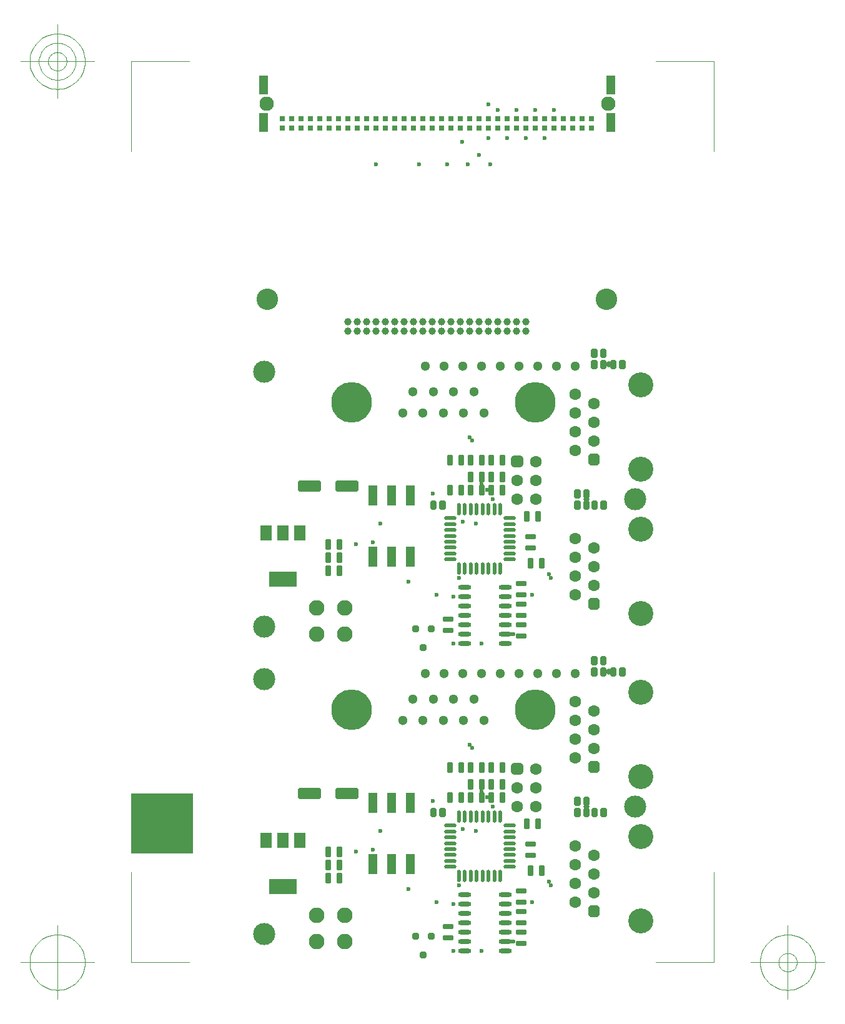
<source format=gbr>
G04 Generated by Ultiboard *
%FSLAX25Y25*%
%MOMM*%

%ADD10C,0.00100*%
%ADD11C,0.10000*%
%ADD12C,0.60000*%
%ADD13C,0.80000*%
%ADD14C,3.00000*%
%ADD15C,2.92100*%
%ADD16R,0.27534X1.05867*%
%ADD17C,0.42316*%
%ADD18R,1.30000X2.70000*%
%ADD19R,2.54000X0.93116*%
%ADD20C,0.59284*%
%ADD21C,1.60000*%
%ADD22R,0.60508X0.60508*%
%ADD23C,0.99492*%
%ADD24R,0.27508X0.67716*%
%ADD25C,1.30000*%
%ADD26C,5.50316*%
%ADD27O,1.77800X0.60960*%
%ADD28O,0.54000X1.70000*%
%ADD29O,1.70000X0.54000*%
%ADD30R,1.50000X2.00000*%
%ADD31R,3.80000X2.00000*%
%ADD32C,2.11684*%
%ADD33R,0.33833X0.31725*%
%ADD34R,1.05867X0.27534*%
%ADD35R,0.75342X0.75342*%
%ADD36C,0.84658*%
%ADD37C,3.38684*%
%ADD38R,0.80000X0.80000*%
%ADD39R,1.20000X2.50000*%
%ADD40C,1.95560*%
%ADD41C,1.00000*%


%LNSolder Mask Top*%
%LPD*%
%FSLAX25Y25*%
%MOMM*%
G54D10*
G36*
X-1625600Y1447800D02*
X-1625600Y2260600D01*
X-787400Y2260600D01*
X-787400Y1447800D01*
X-1625600Y1447800D01*
G37*
G54D11*
X-1625600Y-30000D02*
X-1625600Y1190948D01*
X-1625600Y-30000D02*
X-835491Y-30000D01*
X6275493Y-30000D02*
X5485384Y-30000D01*
X6275493Y-30000D02*
X6275493Y1190948D01*
X6275493Y12179480D02*
X6275493Y10958532D01*
X6275493Y12179480D02*
X5485384Y12179480D01*
X-1625600Y12179480D02*
X-835491Y12179480D01*
X-1625600Y12179480D02*
X-1625600Y10958532D01*
X-2125600Y-30000D02*
X-3125600Y-30000D01*
X-2625600Y-530000D02*
X-2625600Y470000D01*
X-2250600Y-30000D02*
X-2252406Y6756D01*
X-2252406Y6756D02*
X-2257806Y43159D01*
X-2257806Y43159D02*
X-2266747Y78857D01*
X-2266747Y78857D02*
X-2279145Y113506D01*
X-2279145Y113506D02*
X-2294880Y146774D01*
X-2294880Y146774D02*
X-2313799Y178339D01*
X-2313799Y178339D02*
X-2335721Y207897D01*
X-2335721Y207897D02*
X-2360435Y235165D01*
X-2360435Y235165D02*
X-2387703Y259879D01*
X-2387703Y259879D02*
X-2417261Y281801D01*
X-2417261Y281801D02*
X-2448826Y300720D01*
X-2448826Y300720D02*
X-2482094Y316455D01*
X-2482094Y316455D02*
X-2516743Y328853D01*
X-2516743Y328853D02*
X-2552441Y337794D01*
X-2552441Y337794D02*
X-2588844Y343194D01*
X-2588844Y343194D02*
X-2625600Y345000D01*
X-2625600Y345000D02*
X-2662356Y343194D01*
X-2662356Y343194D02*
X-2698759Y337794D01*
X-2698759Y337794D02*
X-2734457Y328853D01*
X-2734457Y328853D02*
X-2769106Y316455D01*
X-2769106Y316455D02*
X-2802374Y300720D01*
X-2802374Y300720D02*
X-2833939Y281801D01*
X-2833939Y281801D02*
X-2863497Y259879D01*
X-2863497Y259879D02*
X-2890765Y235165D01*
X-2890765Y235165D02*
X-2915479Y207897D01*
X-2915479Y207897D02*
X-2937401Y178339D01*
X-2937401Y178339D02*
X-2956320Y146774D01*
X-2956320Y146774D02*
X-2972055Y113506D01*
X-2972055Y113506D02*
X-2984453Y78857D01*
X-2984453Y78857D02*
X-2993394Y43159D01*
X-2993394Y43159D02*
X-2998794Y6756D01*
X-2998794Y6756D02*
X-3000600Y-30000D01*
X-3000600Y-30000D02*
X-2998794Y-66756D01*
X-2998794Y-66756D02*
X-2993394Y-103159D01*
X-2993394Y-103159D02*
X-2984453Y-138857D01*
X-2984453Y-138857D02*
X-2972055Y-173506D01*
X-2972055Y-173506D02*
X-2956320Y-206774D01*
X-2956320Y-206774D02*
X-2937401Y-238339D01*
X-2937401Y-238339D02*
X-2915479Y-267897D01*
X-2915479Y-267897D02*
X-2890765Y-295165D01*
X-2890765Y-295165D02*
X-2863497Y-319879D01*
X-2863497Y-319879D02*
X-2833939Y-341801D01*
X-2833939Y-341801D02*
X-2802374Y-360720D01*
X-2802374Y-360720D02*
X-2769106Y-376455D01*
X-2769106Y-376455D02*
X-2734457Y-388853D01*
X-2734457Y-388853D02*
X-2698759Y-397794D01*
X-2698759Y-397794D02*
X-2662356Y-403194D01*
X-2662356Y-403194D02*
X-2625600Y-405000D01*
X-2625600Y-405000D02*
X-2588844Y-403194D01*
X-2588844Y-403194D02*
X-2552441Y-397794D01*
X-2552441Y-397794D02*
X-2516743Y-388853D01*
X-2516743Y-388853D02*
X-2482094Y-376455D01*
X-2482094Y-376455D02*
X-2448826Y-360720D01*
X-2448826Y-360720D02*
X-2417261Y-341801D01*
X-2417261Y-341801D02*
X-2387703Y-319879D01*
X-2387703Y-319879D02*
X-2360435Y-295165D01*
X-2360435Y-295165D02*
X-2335721Y-267897D01*
X-2335721Y-267897D02*
X-2313799Y-238339D01*
X-2313799Y-238339D02*
X-2294880Y-206774D01*
X-2294880Y-206774D02*
X-2279145Y-173506D01*
X-2279145Y-173506D02*
X-2266747Y-138857D01*
X-2266747Y-138857D02*
X-2257806Y-103159D01*
X-2257806Y-103159D02*
X-2252406Y-66756D01*
X-2252406Y-66756D02*
X-2250600Y-30000D01*
X6775493Y-30000D02*
X7775493Y-30000D01*
X7275493Y-530000D02*
X7275493Y470000D01*
X7650493Y-30000D02*
X7648688Y6756D01*
X7648688Y6756D02*
X7643288Y43159D01*
X7643288Y43159D02*
X7634346Y78857D01*
X7634346Y78857D02*
X7621948Y113506D01*
X7621948Y113506D02*
X7606214Y146774D01*
X7606214Y146774D02*
X7587294Y178339D01*
X7587294Y178339D02*
X7565372Y207897D01*
X7565372Y207897D02*
X7540658Y235165D01*
X7540658Y235165D02*
X7513391Y259879D01*
X7513391Y259879D02*
X7483832Y281801D01*
X7483832Y281801D02*
X7452267Y300720D01*
X7452267Y300720D02*
X7419000Y316455D01*
X7419000Y316455D02*
X7384350Y328853D01*
X7384350Y328853D02*
X7348652Y337794D01*
X7348652Y337794D02*
X7312250Y343194D01*
X7312250Y343194D02*
X7275493Y345000D01*
X7275493Y345000D02*
X7238737Y343194D01*
X7238737Y343194D02*
X7202335Y337794D01*
X7202335Y337794D02*
X7166637Y328853D01*
X7166637Y328853D02*
X7131987Y316455D01*
X7131987Y316455D02*
X7098720Y300720D01*
X7098720Y300720D02*
X7067155Y281801D01*
X7067155Y281801D02*
X7037596Y259879D01*
X7037596Y259879D02*
X7010328Y235165D01*
X7010328Y235165D02*
X6985614Y207897D01*
X6985614Y207897D02*
X6963692Y178339D01*
X6963692Y178339D02*
X6944773Y146774D01*
X6944773Y146774D02*
X6929039Y113506D01*
X6929039Y113506D02*
X6916641Y78857D01*
X6916641Y78857D02*
X6907699Y43159D01*
X6907699Y43159D02*
X6902299Y6756D01*
X6902299Y6756D02*
X6900493Y-30000D01*
X6900493Y-30000D02*
X6902299Y-66756D01*
X6902299Y-66756D02*
X6907699Y-103159D01*
X6907699Y-103159D02*
X6916641Y-138857D01*
X6916641Y-138857D02*
X6929039Y-173506D01*
X6929039Y-173506D02*
X6944773Y-206774D01*
X6944773Y-206774D02*
X6963692Y-238339D01*
X6963692Y-238339D02*
X6985614Y-267897D01*
X6985614Y-267897D02*
X7010328Y-295165D01*
X7010328Y-295165D02*
X7037596Y-319879D01*
X7037596Y-319879D02*
X7067155Y-341801D01*
X7067155Y-341801D02*
X7098720Y-360720D01*
X7098720Y-360720D02*
X7131987Y-376455D01*
X7131987Y-376455D02*
X7166637Y-388853D01*
X7166637Y-388853D02*
X7202335Y-397794D01*
X7202335Y-397794D02*
X7238737Y-403194D01*
X7238737Y-403194D02*
X7275493Y-405000D01*
X7275493Y-405000D02*
X7312250Y-403194D01*
X7312250Y-403194D02*
X7348652Y-397794D01*
X7348652Y-397794D02*
X7384350Y-388853D01*
X7384350Y-388853D02*
X7419000Y-376455D01*
X7419000Y-376455D02*
X7452267Y-360720D01*
X7452267Y-360720D02*
X7483832Y-341801D01*
X7483832Y-341801D02*
X7513391Y-319879D01*
X7513391Y-319879D02*
X7540658Y-295165D01*
X7540658Y-295165D02*
X7565372Y-267897D01*
X7565372Y-267897D02*
X7587294Y-238339D01*
X7587294Y-238339D02*
X7606214Y-206774D01*
X7606214Y-206774D02*
X7621948Y-173506D01*
X7621948Y-173506D02*
X7634346Y-138857D01*
X7634346Y-138857D02*
X7643288Y-103159D01*
X7643288Y-103159D02*
X7648688Y-66756D01*
X7648688Y-66756D02*
X7650493Y-30000D01*
X7400493Y-30000D02*
X7399891Y-17748D01*
X7399891Y-17748D02*
X7398091Y-5614D01*
X7398091Y-5614D02*
X7395111Y6286D01*
X7395111Y6286D02*
X7390978Y17835D01*
X7390978Y17835D02*
X7385733Y28925D01*
X7385733Y28925D02*
X7379427Y39446D01*
X7379427Y39446D02*
X7372120Y49299D01*
X7372120Y49299D02*
X7363882Y58388D01*
X7363882Y58388D02*
X7354792Y66626D01*
X7354792Y66626D02*
X7344940Y73934D01*
X7344940Y73934D02*
X7334418Y80240D01*
X7334418Y80240D02*
X7323329Y85485D01*
X7323329Y85485D02*
X7311779Y89618D01*
X7311779Y89618D02*
X7299880Y92598D01*
X7299880Y92598D02*
X7287745Y94398D01*
X7287745Y94398D02*
X7275493Y95000D01*
X7275493Y95000D02*
X7263241Y94398D01*
X7263241Y94398D02*
X7251107Y92598D01*
X7251107Y92598D02*
X7239208Y89618D01*
X7239208Y89618D02*
X7227658Y85485D01*
X7227658Y85485D02*
X7216569Y80240D01*
X7216569Y80240D02*
X7206047Y73934D01*
X7206047Y73934D02*
X7196194Y66626D01*
X7196194Y66626D02*
X7187105Y58388D01*
X7187105Y58388D02*
X7178867Y49299D01*
X7178867Y49299D02*
X7171560Y39446D01*
X7171560Y39446D02*
X7165253Y28925D01*
X7165253Y28925D02*
X7160008Y17835D01*
X7160008Y17835D02*
X7155876Y6286D01*
X7155876Y6286D02*
X7152895Y-5614D01*
X7152895Y-5614D02*
X7151095Y-17748D01*
X7151095Y-17748D02*
X7150493Y-30000D01*
X7150493Y-30000D02*
X7151095Y-42252D01*
X7151095Y-42252D02*
X7152895Y-54386D01*
X7152895Y-54386D02*
X7155876Y-66285D01*
X7155876Y-66285D02*
X7160008Y-77835D01*
X7160008Y-77835D02*
X7165253Y-88924D01*
X7165253Y-88924D02*
X7171560Y-99446D01*
X7171560Y-99446D02*
X7178867Y-109299D01*
X7178867Y-109299D02*
X7187105Y-118388D01*
X7187105Y-118388D02*
X7196194Y-126626D01*
X7196194Y-126626D02*
X7206047Y-133934D01*
X7206047Y-133934D02*
X7216569Y-140240D01*
X7216569Y-140240D02*
X7227658Y-145485D01*
X7227658Y-145485D02*
X7239208Y-149617D01*
X7239208Y-149617D02*
X7251107Y-152598D01*
X7251107Y-152598D02*
X7263241Y-154398D01*
X7263241Y-154398D02*
X7275493Y-155000D01*
X7275493Y-155000D02*
X7287745Y-154398D01*
X7287745Y-154398D02*
X7299880Y-152598D01*
X7299880Y-152598D02*
X7311779Y-149617D01*
X7311779Y-149617D02*
X7323329Y-145485D01*
X7323329Y-145485D02*
X7334418Y-140240D01*
X7334418Y-140240D02*
X7344940Y-133934D01*
X7344940Y-133934D02*
X7354792Y-126626D01*
X7354792Y-126626D02*
X7363882Y-118388D01*
X7363882Y-118388D02*
X7372120Y-109299D01*
X7372120Y-109299D02*
X7379427Y-99446D01*
X7379427Y-99446D02*
X7385733Y-88924D01*
X7385733Y-88924D02*
X7390978Y-77835D01*
X7390978Y-77835D02*
X7395111Y-66285D01*
X7395111Y-66285D02*
X7398091Y-54386D01*
X7398091Y-54386D02*
X7399891Y-42252D01*
X7399891Y-42252D02*
X7400493Y-30000D01*
X-2125600Y12179480D02*
X-3125600Y12179480D01*
X-2625600Y11679480D02*
X-2625600Y12679480D01*
X-2250600Y12179480D02*
X-2252406Y12216236D01*
X-2252406Y12216236D02*
X-2257806Y12252639D01*
X-2257806Y12252639D02*
X-2266747Y12288337D01*
X-2266747Y12288337D02*
X-2279145Y12322986D01*
X-2279145Y12322986D02*
X-2294880Y12356254D01*
X-2294880Y12356254D02*
X-2313799Y12387819D01*
X-2313799Y12387819D02*
X-2335721Y12417377D01*
X-2335721Y12417377D02*
X-2360435Y12444645D01*
X-2360435Y12444645D02*
X-2387703Y12469359D01*
X-2387703Y12469359D02*
X-2417261Y12491281D01*
X-2417261Y12491281D02*
X-2448826Y12510200D01*
X-2448826Y12510200D02*
X-2482094Y12525935D01*
X-2482094Y12525935D02*
X-2516743Y12538333D01*
X-2516743Y12538333D02*
X-2552441Y12547274D01*
X-2552441Y12547274D02*
X-2588844Y12552674D01*
X-2588844Y12552674D02*
X-2625600Y12554480D01*
X-2625600Y12554480D02*
X-2662356Y12552674D01*
X-2662356Y12552674D02*
X-2698759Y12547274D01*
X-2698759Y12547274D02*
X-2734457Y12538333D01*
X-2734457Y12538333D02*
X-2769106Y12525935D01*
X-2769106Y12525935D02*
X-2802374Y12510200D01*
X-2802374Y12510200D02*
X-2833939Y12491281D01*
X-2833939Y12491281D02*
X-2863497Y12469359D01*
X-2863497Y12469359D02*
X-2890765Y12444645D01*
X-2890765Y12444645D02*
X-2915479Y12417377D01*
X-2915479Y12417377D02*
X-2937401Y12387819D01*
X-2937401Y12387819D02*
X-2956320Y12356254D01*
X-2956320Y12356254D02*
X-2972055Y12322986D01*
X-2972055Y12322986D02*
X-2984453Y12288337D01*
X-2984453Y12288337D02*
X-2993394Y12252639D01*
X-2993394Y12252639D02*
X-2998794Y12216236D01*
X-2998794Y12216236D02*
X-3000600Y12179480D01*
X-3000600Y12179480D02*
X-2998794Y12142724D01*
X-2998794Y12142724D02*
X-2993394Y12106321D01*
X-2993394Y12106321D02*
X-2984453Y12070623D01*
X-2984453Y12070623D02*
X-2972055Y12035974D01*
X-2972055Y12035974D02*
X-2956320Y12002706D01*
X-2956320Y12002706D02*
X-2937401Y11971141D01*
X-2937401Y11971141D02*
X-2915479Y11941583D01*
X-2915479Y11941583D02*
X-2890765Y11914315D01*
X-2890765Y11914315D02*
X-2863497Y11889601D01*
X-2863497Y11889601D02*
X-2833939Y11867679D01*
X-2833939Y11867679D02*
X-2802374Y11848760D01*
X-2802374Y11848760D02*
X-2769106Y11833025D01*
X-2769106Y11833025D02*
X-2734457Y11820627D01*
X-2734457Y11820627D02*
X-2698759Y11811686D01*
X-2698759Y11811686D02*
X-2662356Y11806286D01*
X-2662356Y11806286D02*
X-2625600Y11804480D01*
X-2625600Y11804480D02*
X-2588844Y11806286D01*
X-2588844Y11806286D02*
X-2552441Y11811686D01*
X-2552441Y11811686D02*
X-2516743Y11820627D01*
X-2516743Y11820627D02*
X-2482094Y11833025D01*
X-2482094Y11833025D02*
X-2448826Y11848760D01*
X-2448826Y11848760D02*
X-2417261Y11867679D01*
X-2417261Y11867679D02*
X-2387703Y11889601D01*
X-2387703Y11889601D02*
X-2360435Y11914315D01*
X-2360435Y11914315D02*
X-2335721Y11941583D01*
X-2335721Y11941583D02*
X-2313799Y11971141D01*
X-2313799Y11971141D02*
X-2294880Y12002706D01*
X-2294880Y12002706D02*
X-2279145Y12035974D01*
X-2279145Y12035974D02*
X-2266747Y12070623D01*
X-2266747Y12070623D02*
X-2257806Y12106321D01*
X-2257806Y12106321D02*
X-2252406Y12142724D01*
X-2252406Y12142724D02*
X-2250600Y12179480D01*
X-2375600Y12179480D02*
X-2376804Y12203984D01*
X-2376804Y12203984D02*
X-2380404Y12228253D01*
X-2380404Y12228253D02*
X-2386365Y12252051D01*
X-2386365Y12252051D02*
X-2394630Y12275151D01*
X-2394630Y12275151D02*
X-2405120Y12297329D01*
X-2405120Y12297329D02*
X-2417733Y12318373D01*
X-2417733Y12318373D02*
X-2432347Y12338078D01*
X-2432347Y12338078D02*
X-2448823Y12356257D01*
X-2448823Y12356257D02*
X-2467002Y12372733D01*
X-2467002Y12372733D02*
X-2486708Y12387347D01*
X-2486708Y12387347D02*
X-2507751Y12399960D01*
X-2507751Y12399960D02*
X-2529929Y12410450D01*
X-2529929Y12410450D02*
X-2553029Y12418715D01*
X-2553029Y12418715D02*
X-2576828Y12424676D01*
X-2576828Y12424676D02*
X-2601096Y12428276D01*
X-2601096Y12428276D02*
X-2625600Y12429480D01*
X-2625600Y12429480D02*
X-2650104Y12428276D01*
X-2650104Y12428276D02*
X-2674373Y12424676D01*
X-2674373Y12424676D02*
X-2698171Y12418715D01*
X-2698171Y12418715D02*
X-2721271Y12410450D01*
X-2721271Y12410450D02*
X-2743449Y12399960D01*
X-2743449Y12399960D02*
X-2764493Y12387347D01*
X-2764493Y12387347D02*
X-2784198Y12372733D01*
X-2784198Y12372733D02*
X-2802377Y12356257D01*
X-2802377Y12356257D02*
X-2818853Y12338078D01*
X-2818853Y12338078D02*
X-2833467Y12318373D01*
X-2833467Y12318373D02*
X-2846080Y12297329D01*
X-2846080Y12297329D02*
X-2856570Y12275151D01*
X-2856570Y12275151D02*
X-2864835Y12252051D01*
X-2864835Y12252051D02*
X-2870796Y12228253D01*
X-2870796Y12228253D02*
X-2874396Y12203984D01*
X-2874396Y12203984D02*
X-2875600Y12179480D01*
X-2875600Y12179480D02*
X-2874396Y12154976D01*
X-2874396Y12154976D02*
X-2870796Y12130708D01*
X-2870796Y12130708D02*
X-2864835Y12106909D01*
X-2864835Y12106909D02*
X-2856570Y12083809D01*
X-2856570Y12083809D02*
X-2846080Y12061631D01*
X-2846080Y12061631D02*
X-2833467Y12040588D01*
X-2833467Y12040588D02*
X-2818853Y12020882D01*
X-2818853Y12020882D02*
X-2802377Y12002703D01*
X-2802377Y12002703D02*
X-2784198Y11986227D01*
X-2784198Y11986227D02*
X-2764493Y11971613D01*
X-2764493Y11971613D02*
X-2743449Y11959000D01*
X-2743449Y11959000D02*
X-2721271Y11948510D01*
X-2721271Y11948510D02*
X-2698171Y11940245D01*
X-2698171Y11940245D02*
X-2674373Y11934284D01*
X-2674373Y11934284D02*
X-2650104Y11930684D01*
X-2650104Y11930684D02*
X-2625600Y11929480D01*
X-2625600Y11929480D02*
X-2601096Y11930684D01*
X-2601096Y11930684D02*
X-2576828Y11934284D01*
X-2576828Y11934284D02*
X-2553029Y11940245D01*
X-2553029Y11940245D02*
X-2529929Y11948510D01*
X-2529929Y11948510D02*
X-2507751Y11959000D01*
X-2507751Y11959000D02*
X-2486708Y11971613D01*
X-2486708Y11971613D02*
X-2467002Y11986227D01*
X-2467002Y11986227D02*
X-2448823Y12002703D01*
X-2448823Y12002703D02*
X-2432347Y12020882D01*
X-2432347Y12020882D02*
X-2417733Y12040588D01*
X-2417733Y12040588D02*
X-2405120Y12061631D01*
X-2405120Y12061631D02*
X-2394630Y12083809D01*
X-2394630Y12083809D02*
X-2386365Y12106909D01*
X-2386365Y12106909D02*
X-2380404Y12130708D01*
X-2380404Y12130708D02*
X-2376804Y12154976D01*
X-2376804Y12154976D02*
X-2375600Y12179480D01*
X-2500600Y12179480D02*
X-2501202Y12191732D01*
X-2501202Y12191732D02*
X-2503002Y12203866D01*
X-2503002Y12203866D02*
X-2505983Y12215766D01*
X-2505983Y12215766D02*
X-2510115Y12227315D01*
X-2510115Y12227315D02*
X-2515360Y12238405D01*
X-2515360Y12238405D02*
X-2521666Y12248926D01*
X-2521666Y12248926D02*
X-2528974Y12258779D01*
X-2528974Y12258779D02*
X-2537212Y12267868D01*
X-2537212Y12267868D02*
X-2546301Y12276106D01*
X-2546301Y12276106D02*
X-2556154Y12283414D01*
X-2556154Y12283414D02*
X-2566676Y12289720D01*
X-2566676Y12289720D02*
X-2577765Y12294965D01*
X-2577765Y12294965D02*
X-2589315Y12299098D01*
X-2589315Y12299098D02*
X-2601214Y12302078D01*
X-2601214Y12302078D02*
X-2613348Y12303878D01*
X-2613348Y12303878D02*
X-2625600Y12304480D01*
X-2625600Y12304480D02*
X-2637852Y12303878D01*
X-2637852Y12303878D02*
X-2649986Y12302078D01*
X-2649986Y12302078D02*
X-2661886Y12299098D01*
X-2661886Y12299098D02*
X-2673435Y12294965D01*
X-2673435Y12294965D02*
X-2684525Y12289720D01*
X-2684525Y12289720D02*
X-2695046Y12283414D01*
X-2695046Y12283414D02*
X-2704899Y12276106D01*
X-2704899Y12276106D02*
X-2713988Y12267868D01*
X-2713988Y12267868D02*
X-2722226Y12258779D01*
X-2722226Y12258779D02*
X-2729534Y12248926D01*
X-2729534Y12248926D02*
X-2735840Y12238405D01*
X-2735840Y12238405D02*
X-2741085Y12227315D01*
X-2741085Y12227315D02*
X-2745218Y12215766D01*
X-2745218Y12215766D02*
X-2748198Y12203866D01*
X-2748198Y12203866D02*
X-2749998Y12191732D01*
X-2749998Y12191732D02*
X-2750600Y12179480D01*
X-2750600Y12179480D02*
X-2749998Y12167228D01*
X-2749998Y12167228D02*
X-2748198Y12155094D01*
X-2748198Y12155094D02*
X-2745218Y12143195D01*
X-2745218Y12143195D02*
X-2741085Y12131645D01*
X-2741085Y12131645D02*
X-2735840Y12120556D01*
X-2735840Y12120556D02*
X-2729534Y12110034D01*
X-2729534Y12110034D02*
X-2722226Y12100181D01*
X-2722226Y12100181D02*
X-2713988Y12091092D01*
X-2713988Y12091092D02*
X-2704899Y12082854D01*
X-2704899Y12082854D02*
X-2695046Y12075546D01*
X-2695046Y12075546D02*
X-2684525Y12069240D01*
X-2684525Y12069240D02*
X-2673435Y12063995D01*
X-2673435Y12063995D02*
X-2661886Y12059863D01*
X-2661886Y12059863D02*
X-2649986Y12056882D01*
X-2649986Y12056882D02*
X-2637852Y12055082D01*
X-2637852Y12055082D02*
X-2625600Y12054480D01*
X-2625600Y12054480D02*
X-2613348Y12055082D01*
X-2613348Y12055082D02*
X-2601214Y12056882D01*
X-2601214Y12056882D02*
X-2589315Y12059863D01*
X-2589315Y12059863D02*
X-2577765Y12063995D01*
X-2577765Y12063995D02*
X-2566676Y12069240D01*
X-2566676Y12069240D02*
X-2556154Y12075546D01*
X-2556154Y12075546D02*
X-2546301Y12082854D01*
X-2546301Y12082854D02*
X-2537212Y12091092D01*
X-2537212Y12091092D02*
X-2528974Y12100181D01*
X-2528974Y12100181D02*
X-2521666Y12110034D01*
X-2521666Y12110034D02*
X-2515360Y12120556D01*
X-2515360Y12120556D02*
X-2510115Y12131645D01*
X-2510115Y12131645D02*
X-2505983Y12143195D01*
X-2505983Y12143195D02*
X-2503002Y12155094D01*
X-2503002Y12155094D02*
X-2501202Y12167228D01*
X-2501202Y12167228D02*
X-2500600Y12179480D01*
G54D12*
X3200400Y6375400D03*
X889000Y6426200D03*
X1295400Y6400800D03*
X3200400Y2209800D03*
X1422400Y1473200D03*
X889000Y2260600D03*
X1295400Y2235200D03*
X1651000Y1498600D03*
X2133600Y965200D03*
X2514600Y787400D03*
X2743200Y762000D03*
X2743200Y127000D03*
X3124200Y127000D03*
X2819400Y1016000D03*
X1752600Y1752600D03*
X2463800Y2159000D03*
X3048000Y1752600D03*
X2870200Y1778000D03*
X3124200Y2286000D03*
X3000000Y2880000D03*
X2960000Y2920000D03*
X1422400Y5638800D03*
X2743200Y4292600D03*
X3124200Y4292600D03*
X2133600Y5130800D03*
X1651000Y5664200D03*
X1752600Y5918200D03*
X2819400Y5181600D03*
X2514600Y4953000D03*
X2743200Y4927600D03*
X2463800Y6324600D03*
X3048000Y5918200D03*
X2870200Y5943600D03*
X4038600Y1066800D03*
X3810000Y787400D03*
X3556000Y254000D03*
X4064000Y1016000D03*
X3276600Y2082800D03*
X3556000Y4419600D03*
X4038600Y5232400D03*
X3810000Y4953000D03*
X3276600Y6248400D03*
X4064000Y5181600D03*
X3217520Y11142320D03*
X3217520Y11599520D03*
X3242920Y10786720D03*
X3124200Y6451600D03*
X3000000Y7045600D03*
X2960000Y7085600D03*
X1693520Y10786720D03*
X2277720Y10786720D03*
X2658720Y10786720D03*
X2938120Y10786720D03*
X2861920Y11091520D03*
X3090520Y10913720D03*
X3979520Y11142320D03*
X3471520Y11142320D03*
X3725520Y11142320D03*
X3598520Y11523320D03*
X3344520Y11523320D03*
X3852520Y11523320D03*
X4106520Y11523320D03*
G54D13*
X4546600Y2082800D03*
X4851400Y3911600D03*
X4546600Y6248400D03*
X4851400Y8077200D03*
G54D14*
X177800Y355600D03*
X177800Y3810000D03*
X177800Y4521200D03*
X177800Y7975600D03*
X5207000Y6248400D03*
X5207000Y2082800D03*
G54D15*
X220320Y8957920D03*
X4817720Y8957920D03*
G54D16*
X3403600Y6375400D03*
X3251200Y6375400D03*
X2692400Y6375400D03*
X2844800Y6375400D03*
X3124200Y6375400D03*
X2971800Y6375400D03*
X3251200Y2209800D03*
X3403600Y2209800D03*
X3251200Y2616200D03*
X3403600Y2616200D03*
X3251200Y2387600D03*
X3403600Y2387600D03*
X1193800Y1117600D03*
X1041400Y1117600D03*
X1193800Y1295400D03*
X1041400Y1295400D03*
X1193800Y1473200D03*
X1041400Y1473200D03*
X3124200Y2387600D03*
X2971800Y2387600D03*
X2844800Y2209800D03*
X2692400Y2209800D03*
X2971800Y2209800D03*
X3124200Y2209800D03*
X2844800Y2616200D03*
X2692400Y2616200D03*
X3124200Y2616200D03*
X2971800Y2616200D03*
X1193800Y5638800D03*
X1041400Y5638800D03*
X1193800Y5283200D03*
X1041400Y5283200D03*
X1193800Y5461000D03*
X1041400Y5461000D03*
X3937000Y1219200D03*
X3784600Y1219200D03*
X3886200Y1854200D03*
X3733800Y1854200D03*
X3937000Y5384800D03*
X3784600Y5384800D03*
X3886200Y6019800D03*
X3733800Y6019800D03*
X3251200Y6781800D03*
X3403600Y6781800D03*
X3251200Y6553200D03*
X3403600Y6553200D03*
X2844800Y6781800D03*
X2692400Y6781800D03*
X3124200Y6781800D03*
X2971800Y6781800D03*
X3124200Y6553200D03*
X2971800Y6553200D03*
G54D17*
X3389833Y6322467D02*
X3417367Y6322467D01*
X3417367Y6428333D01*
X3389833Y6428333D01*
X3389833Y6322467D01*D02*
X3237433Y6322467D02*
X3264967Y6322467D01*
X3264967Y6428333D01*
X3237433Y6428333D01*
X3237433Y6322467D01*D02*
X2678633Y6322467D02*
X2706167Y6322467D01*
X2706167Y6428333D01*
X2678633Y6428333D01*
X2678633Y6322467D01*D02*
X2831033Y6322467D02*
X2858567Y6322467D01*
X2858567Y6428333D01*
X2831033Y6428333D01*
X2831033Y6322467D01*D02*
X3110433Y6322467D02*
X3137967Y6322467D01*
X3137967Y6428333D01*
X3110433Y6428333D01*
X3110433Y6322467D01*D02*
X2958033Y6322467D02*
X2985567Y6322467D01*
X2985567Y6428333D01*
X2958033Y6428333D01*
X2958033Y6322467D01*D02*
X3237433Y2156867D02*
X3264967Y2156867D01*
X3264967Y2262733D01*
X3237433Y2262733D01*
X3237433Y2156867D01*D02*
X3389833Y2156867D02*
X3417367Y2156867D01*
X3417367Y2262733D01*
X3389833Y2262733D01*
X3389833Y2156867D01*D02*
X3237433Y2563267D02*
X3264967Y2563267D01*
X3264967Y2669133D01*
X3237433Y2669133D01*
X3237433Y2563267D01*D02*
X3389833Y2563267D02*
X3417367Y2563267D01*
X3417367Y2669133D01*
X3389833Y2669133D01*
X3389833Y2563267D01*D02*
X3237433Y2334667D02*
X3264967Y2334667D01*
X3264967Y2440533D01*
X3237433Y2440533D01*
X3237433Y2334667D01*D02*
X3389833Y2334667D02*
X3417367Y2334667D01*
X3417367Y2440533D01*
X3389833Y2440533D01*
X3389833Y2334667D01*D02*
X1180033Y1064667D02*
X1207567Y1064667D01*
X1207567Y1170533D01*
X1180033Y1170533D01*
X1180033Y1064667D01*D02*
X1027633Y1064667D02*
X1055167Y1064667D01*
X1055167Y1170533D01*
X1027633Y1170533D01*
X1027633Y1064667D01*D02*
X1180033Y1242467D02*
X1207567Y1242467D01*
X1207567Y1348333D01*
X1180033Y1348333D01*
X1180033Y1242467D01*D02*
X1027633Y1242467D02*
X1055167Y1242467D01*
X1055167Y1348333D01*
X1027633Y1348333D01*
X1027633Y1242467D01*D02*
X1180033Y1420267D02*
X1207567Y1420267D01*
X1207567Y1526133D01*
X1180033Y1526133D01*
X1180033Y1420267D01*D02*
X1027633Y1420267D02*
X1055167Y1420267D01*
X1055167Y1526133D01*
X1027633Y1526133D01*
X1027633Y1420267D01*D02*
X2614067Y443433D02*
X2719933Y443433D01*
X2719933Y470967D01*
X2614067Y470967D01*
X2614067Y443433D01*D02*
X2614067Y291033D02*
X2719933Y291033D01*
X2719933Y318567D01*
X2614067Y318567D01*
X2614067Y291033D01*D02*
X3110433Y2334667D02*
X3137967Y2334667D01*
X3137967Y2440533D01*
X3110433Y2440533D01*
X3110433Y2334667D01*D02*
X2958033Y2334667D02*
X2985567Y2334667D01*
X2985567Y2440533D01*
X2958033Y2440533D01*
X2958033Y2334667D01*D02*
X2831033Y2156867D02*
X2858567Y2156867D01*
X2858567Y2262733D01*
X2831033Y2262733D01*
X2831033Y2156867D01*D02*
X2678633Y2156867D02*
X2706167Y2156867D01*
X2706167Y2262733D01*
X2678633Y2262733D01*
X2678633Y2156867D01*D02*
X2958033Y2156867D02*
X2985567Y2156867D01*
X2985567Y2262733D01*
X2958033Y2262733D01*
X2958033Y2156867D01*D02*
X3110433Y2156867D02*
X3137967Y2156867D01*
X3137967Y2262733D01*
X3110433Y2262733D01*
X3110433Y2156867D01*D02*
X2831033Y2563267D02*
X2858567Y2563267D01*
X2858567Y2669133D01*
X2831033Y2669133D01*
X2831033Y2563267D01*D02*
X2678633Y2563267D02*
X2706167Y2563267D01*
X2706167Y2669133D01*
X2678633Y2669133D01*
X2678633Y2563267D01*D02*
X3110433Y2563267D02*
X3137967Y2563267D01*
X3137967Y2669133D01*
X3110433Y2669133D01*
X3110433Y2563267D01*D02*
X2958033Y2563267D02*
X2985567Y2563267D01*
X2985567Y2669133D01*
X2958033Y2669133D01*
X2958033Y2563267D01*D02*
X1180033Y5585867D02*
X1207567Y5585867D01*
X1207567Y5691733D01*
X1180033Y5691733D01*
X1180033Y5585867D01*D02*
X1027633Y5585867D02*
X1055167Y5585867D01*
X1055167Y5691733D01*
X1027633Y5691733D01*
X1027633Y5585867D01*D02*
X1180033Y5230267D02*
X1207567Y5230267D01*
X1207567Y5336133D01*
X1180033Y5336133D01*
X1180033Y5230267D01*D02*
X1027633Y5230267D02*
X1055167Y5230267D01*
X1055167Y5336133D01*
X1027633Y5336133D01*
X1027633Y5230267D01*D02*
X1180033Y5408067D02*
X1207567Y5408067D01*
X1207567Y5513933D01*
X1180033Y5513933D01*
X1180033Y5408067D01*D02*
X1027633Y5408067D02*
X1055167Y5408067D01*
X1055167Y5513933D01*
X1027633Y5513933D01*
X1027633Y5408067D01*D02*
X2614067Y4609033D02*
X2719933Y4609033D01*
X2719933Y4636567D01*
X2614067Y4636567D01*
X2614067Y4609033D01*D02*
X2614067Y4456633D02*
X2719933Y4456633D01*
X2719933Y4484167D01*
X2614067Y4484167D01*
X2614067Y4456633D01*D02*
X3731667Y1561033D02*
X3837533Y1561033D01*
X3837533Y1588567D01*
X3731667Y1588567D01*
X3731667Y1561033D01*D02*
X3731667Y1408633D02*
X3837533Y1408633D01*
X3837533Y1436167D01*
X3731667Y1436167D01*
X3731667Y1408633D01*D02*
X3923233Y1166267D02*
X3950767Y1166267D01*
X3950767Y1272133D01*
X3923233Y1272133D01*
X3923233Y1166267D01*D02*
X3770833Y1166267D02*
X3798367Y1166267D01*
X3798367Y1272133D01*
X3770833Y1272133D01*
X3770833Y1166267D01*D02*
X3604667Y773633D02*
X3710533Y773633D01*
X3710533Y801167D01*
X3604667Y801167D01*
X3604667Y773633D01*D02*
X3604667Y926033D02*
X3710533Y926033D01*
X3710533Y953567D01*
X3604667Y953567D01*
X3604667Y926033D01*D02*
X3604667Y367233D02*
X3710533Y367233D01*
X3710533Y394767D01*
X3604667Y394767D01*
X3604667Y367233D01*D02*
X3604667Y214833D02*
X3710533Y214833D01*
X3710533Y242367D01*
X3604667Y242367D01*
X3604667Y214833D01*D02*
X3604667Y646633D02*
X3710533Y646633D01*
X3710533Y674167D01*
X3604667Y674167D01*
X3604667Y646633D01*D02*
X3604667Y494233D02*
X3710533Y494233D01*
X3710533Y521767D01*
X3604667Y521767D01*
X3604667Y494233D01*D02*
X3872433Y1801267D02*
X3899967Y1801267D01*
X3899967Y1907133D01*
X3872433Y1907133D01*
X3872433Y1801267D01*D02*
X3720033Y1801267D02*
X3747567Y1801267D01*
X3747567Y1907133D01*
X3720033Y1907133D01*
X3720033Y1801267D01*D02*
X3604667Y4812233D02*
X3710533Y4812233D01*
X3710533Y4839767D01*
X3604667Y4839767D01*
X3604667Y4812233D01*D02*
X3604667Y4659833D02*
X3710533Y4659833D01*
X3710533Y4687367D01*
X3604667Y4687367D01*
X3604667Y4659833D01*D02*
X3604667Y4380433D02*
X3710533Y4380433D01*
X3710533Y4407967D01*
X3604667Y4407967D01*
X3604667Y4380433D01*D02*
X3604667Y4532833D02*
X3710533Y4532833D01*
X3710533Y4560367D01*
X3604667Y4560367D01*
X3604667Y4532833D01*D02*
X3923233Y5331867D02*
X3950767Y5331867D01*
X3950767Y5437733D01*
X3923233Y5437733D01*
X3923233Y5331867D01*D02*
X3770833Y5331867D02*
X3798367Y5331867D01*
X3798367Y5437733D01*
X3770833Y5437733D01*
X3770833Y5331867D01*D02*
X3731667Y5574233D02*
X3837533Y5574233D01*
X3837533Y5601767D01*
X3731667Y5601767D01*
X3731667Y5574233D01*D02*
X3731667Y5726633D02*
X3837533Y5726633D01*
X3837533Y5754167D01*
X3731667Y5754167D01*
X3731667Y5726633D01*D02*
X3604667Y4939233D02*
X3710533Y4939233D01*
X3710533Y4966767D01*
X3604667Y4966767D01*
X3604667Y4939233D01*D02*
X3604667Y5091633D02*
X3710533Y5091633D01*
X3710533Y5119167D01*
X3604667Y5119167D01*
X3604667Y5091633D01*D02*
X3872433Y5966867D02*
X3899967Y5966867D01*
X3899967Y6072733D01*
X3872433Y6072733D01*
X3872433Y5966867D01*D02*
X3720033Y5966867D02*
X3747567Y5966867D01*
X3747567Y6072733D01*
X3720033Y6072733D01*
X3720033Y5966867D01*D02*
X3237433Y6728867D02*
X3264967Y6728867D01*
X3264967Y6834733D01*
X3237433Y6834733D01*
X3237433Y6728867D01*D02*
X3389833Y6728867D02*
X3417367Y6728867D01*
X3417367Y6834733D01*
X3389833Y6834733D01*
X3389833Y6728867D01*D02*
X3237433Y6500267D02*
X3264967Y6500267D01*
X3264967Y6606133D01*
X3237433Y6606133D01*
X3237433Y6500267D01*D02*
X3389833Y6500267D02*
X3417367Y6500267D01*
X3417367Y6606133D01*
X3389833Y6606133D01*
X3389833Y6500267D01*D02*
X2831033Y6728867D02*
X2858567Y6728867D01*
X2858567Y6834733D01*
X2831033Y6834733D01*
X2831033Y6728867D01*D02*
X2678633Y6728867D02*
X2706167Y6728867D01*
X2706167Y6834733D01*
X2678633Y6834733D01*
X2678633Y6728867D01*D02*
X3110433Y6728867D02*
X3137967Y6728867D01*
X3137967Y6834733D01*
X3110433Y6834733D01*
X3110433Y6728867D01*D02*
X2958033Y6728867D02*
X2985567Y6728867D01*
X2985567Y6834733D01*
X2958033Y6834733D01*
X2958033Y6728867D01*D02*
X3110433Y6500267D02*
X3137967Y6500267D01*
X3137967Y6606133D01*
X3110433Y6606133D01*
X3110433Y6500267D01*D02*
X2958033Y6500267D02*
X2985567Y6500267D01*
X2985567Y6606133D01*
X2958033Y6606133D01*
X2958033Y6500267D01*D02*
G54D18*
X1905000Y6299200D03*
X1651000Y6299200D03*
X2159000Y6299200D03*
X1651000Y5469200D03*
X1905000Y5469200D03*
X2159000Y5469200D03*
X1651000Y1303600D03*
X1651000Y2133600D03*
X1905000Y1303600D03*
X2159000Y1303600D03*
X1905000Y2133600D03*
X2159000Y2133600D03*
G54D19*
X787400Y6426200D03*
X1295400Y6426200D03*
X787400Y2260600D03*
X1295400Y2260600D03*
G54D20*
X660400Y6379642D02*
X914400Y6379642D01*
X914400Y6472758D01*
X660400Y6472758D01*
X660400Y6379642D01*D02*
X1168400Y6379642D02*
X1422400Y6379642D01*
X1422400Y6472758D01*
X1168400Y6472758D01*
X1168400Y6379642D01*D02*
X4405846Y6290742D02*
X4433354Y6290742D01*
X4433354Y6358458D01*
X4405846Y6358458D01*
X4405846Y6290742D01*D02*
X4528613Y6290742D02*
X4556121Y6290742D01*
X4556121Y6358458D01*
X4528613Y6358458D01*
X4528613Y6290742D01*D02*
X660400Y2214042D02*
X914400Y2214042D01*
X914400Y2307158D01*
X660400Y2307158D01*
X660400Y2214042D01*D02*
X1168400Y2214042D02*
X1422400Y2214042D01*
X1422400Y2307158D01*
X1168400Y2307158D01*
X1168400Y2214042D01*D02*
X2421484Y314338D02*
X2455316Y314338D01*
X2455316Y346062D01*
X2421484Y346062D01*
X2421484Y314338D01*D02*
X2315651Y60338D02*
X2349483Y60338D01*
X2349483Y92062D01*
X2315651Y92062D01*
X2315651Y60338D01*D02*
X2209818Y314338D02*
X2243650Y314338D01*
X2243650Y346062D01*
X2209818Y346062D01*
X2209818Y314338D01*D02*
X2454280Y1972742D02*
X2481788Y1972742D01*
X2481788Y2040458D01*
X2454280Y2040458D01*
X2454280Y1972742D01*D02*
X2577046Y1972742D02*
X2604554Y1972742D01*
X2604554Y2040458D01*
X2577046Y2040458D01*
X2577046Y1972742D01*D02*
X2421484Y4479938D02*
X2455316Y4479938D01*
X2455316Y4511662D01*
X2421484Y4511662D01*
X2421484Y4479938D01*D02*
X2315651Y4225938D02*
X2349483Y4225938D01*
X2349483Y4257662D01*
X2315651Y4257662D01*
X2315651Y4225938D01*D02*
X2209818Y4479938D02*
X2243650Y4479938D01*
X2243650Y4511662D01*
X2209818Y4511662D01*
X2209818Y4479938D01*D02*
X2454280Y6138342D02*
X2481788Y6138342D01*
X2481788Y6206058D01*
X2454280Y6206058D01*
X2454280Y6138342D01*D02*
X2577046Y6138342D02*
X2604554Y6138342D01*
X2604554Y6206058D01*
X2577046Y6206058D01*
X2577046Y6138342D01*D02*
X4761446Y1972742D02*
X4788954Y1972742D01*
X4788954Y2040458D01*
X4761446Y2040458D01*
X4761446Y1972742D01*D02*
X4638680Y1972742D02*
X4666188Y1972742D01*
X4666188Y2040458D01*
X4638680Y2040458D01*
X4638680Y1972742D01*D02*
X4405846Y2125142D02*
X4433354Y2125142D01*
X4433354Y2192858D01*
X4405846Y2192858D01*
X4405846Y2125142D01*D02*
X4528613Y2125142D02*
X4556121Y2125142D01*
X4556121Y2192858D01*
X4528613Y2192858D01*
X4528613Y2125142D01*D02*
X4405846Y1972742D02*
X4433354Y1972742D01*
X4433354Y2040458D01*
X4405846Y2040458D01*
X4405846Y1972742D01*D02*
X4528613Y1972742D02*
X4556121Y1972742D01*
X4556121Y2040458D01*
X4528613Y2040458D01*
X4528613Y1972742D01*D02*
X4757213Y4030142D02*
X4784721Y4030142D01*
X4784721Y4097858D01*
X4757213Y4097858D01*
X4757213Y4030142D01*D02*
X4634446Y4030142D02*
X4661954Y4030142D01*
X4661954Y4097858D01*
X4634446Y4097858D01*
X4634446Y4030142D01*D02*
X4757213Y3877742D02*
X4784721Y3877742D01*
X4784721Y3945458D01*
X4757213Y3945458D01*
X4757213Y3877742D01*D02*
X4634446Y3877742D02*
X4661954Y3877742D01*
X4661954Y3945458D01*
X4634446Y3945458D01*
X4634446Y3877742D01*D02*
X4761446Y6138342D02*
X4788954Y6138342D01*
X4788954Y6206058D01*
X4761446Y6206058D01*
X4761446Y6138342D01*D02*
X4638680Y6138342D02*
X4666188Y6138342D01*
X4666188Y6206058D01*
X4638680Y6206058D01*
X4638680Y6138342D01*D02*
X4405846Y6138342D02*
X4433354Y6138342D01*
X4433354Y6206058D01*
X4405846Y6206058D01*
X4405846Y6138342D01*D02*
X4528613Y6138342D02*
X4556121Y6138342D01*
X4556121Y6206058D01*
X4528613Y6206058D01*
X4528613Y6138342D01*D02*
X4892680Y3877742D02*
X4920188Y3877742D01*
X4920188Y3945458D01*
X4892680Y3945458D01*
X4892680Y3877742D01*D02*
X5015446Y3877742D02*
X5042954Y3877742D01*
X5042954Y3945458D01*
X5015446Y3945458D01*
X5015446Y3877742D01*D02*
X4757213Y8195742D02*
X4784721Y8195742D01*
X4784721Y8263458D01*
X4757213Y8263458D01*
X4757213Y8195742D01*D02*
X4634446Y8195742D02*
X4661954Y8195742D01*
X4661954Y8263458D01*
X4634446Y8263458D01*
X4634446Y8195742D01*D02*
X4757213Y8043342D02*
X4784721Y8043342D01*
X4784721Y8111058D01*
X4757213Y8111058D01*
X4757213Y8043342D01*D02*
X4634446Y8043342D02*
X4661954Y8043342D01*
X4661954Y8111058D01*
X4634446Y8111058D01*
X4634446Y8043342D01*D02*
X5015446Y8043342D02*
X5042954Y8043342D01*
X5042954Y8111058D01*
X5015446Y8111058D01*
X5015446Y8043342D01*D02*
X4892680Y8043342D02*
X4920188Y8043342D01*
X4920188Y8111058D01*
X4892680Y8111058D01*
X4892680Y8043342D01*D02*
G54D21*
X3606800Y6502400D03*
X3860800Y6502400D03*
X3606800Y6248400D03*
X3860800Y6248400D03*
X3860800Y6756400D03*
X4394200Y3251200D03*
X4648200Y3124200D03*
X4394200Y2997200D03*
X4394200Y2743200D03*
X4648200Y2870200D03*
X4394200Y3505200D03*
X4648200Y3378200D03*
X4394200Y1549400D03*
X4394200Y787400D03*
X4394200Y1041400D03*
X4394200Y1295400D03*
X4648200Y1168400D03*
X4648200Y914400D03*
X4648200Y1422400D03*
X3606800Y2336800D03*
X3860800Y2336800D03*
X3606800Y2082800D03*
X3860800Y2082800D03*
X3860800Y2590800D03*
X4648200Y5588000D03*
X4394200Y5461000D03*
X4394200Y4953000D03*
X4394200Y5207000D03*
X4648200Y5080000D03*
X4648200Y5334000D03*
X4394200Y5715000D03*
X4394200Y7162800D03*
X4648200Y7289800D03*
X4394200Y6908800D03*
X4648200Y7035800D03*
X4394200Y7670800D03*
X4394200Y7416800D03*
X4648200Y7543800D03*
G54D22*
X3606800Y6756400D03*
X3606800Y2590800D03*
G54D23*
X3576546Y6726146D02*
X3637054Y6726146D01*
X3637054Y6786654D01*
X3576546Y6786654D01*
X3576546Y6726146D01*D02*
X3576546Y2560546D02*
X3637054Y2560546D01*
X3637054Y2621054D01*
X3576546Y2621054D01*
X3576546Y2560546D01*D02*
G54D24*
X4419600Y6324600D03*
X4542367Y6324600D03*
X2468034Y2006600D03*
X2590800Y2006600D03*
X2468034Y6172200D03*
X2590800Y6172200D03*
X4775200Y2006600D03*
X4652434Y2006600D03*
X4419600Y2159000D03*
X4542367Y2159000D03*
X4419600Y2006600D03*
X4542367Y2006600D03*
X4770967Y4064000D03*
X4648200Y4064000D03*
X4770967Y3911600D03*
X4648200Y3911600D03*
X4775200Y6172200D03*
X4652434Y6172200D03*
X4419600Y6172200D03*
X4542367Y6172200D03*
X4906434Y3911600D03*
X5029200Y3911600D03*
X4770967Y8229600D03*
X4648200Y8229600D03*
X4770967Y8077200D03*
X4648200Y8077200D03*
X5029200Y8077200D03*
X4906434Y8077200D03*
G54D25*
X3124200Y3886200D03*
X2362200Y3886200D03*
X2870200Y3886200D03*
X2616200Y3886200D03*
X3632200Y3886200D03*
X3378200Y3886200D03*
X3886200Y3886200D03*
X4394200Y3886200D03*
X4140200Y3886200D03*
X3158067Y3251200D03*
X2057400Y3251200D03*
X2332567Y3251200D03*
X2607733Y3251200D03*
X2882900Y3251200D03*
X2470150Y3534833D03*
X2194983Y3534833D03*
X2745317Y3534833D03*
X3020483Y3534833D03*
X3124200Y8051800D03*
X2362200Y8051800D03*
X2870200Y8051800D03*
X2616200Y8051800D03*
X3632200Y8051800D03*
X3378200Y8051800D03*
X3886200Y8051800D03*
X4394200Y8051800D03*
X4140200Y8051800D03*
X3158067Y7416800D03*
X2332567Y7416800D03*
X2470150Y7700433D03*
X2057400Y7416800D03*
X2194983Y7700433D03*
X2745317Y7700433D03*
X2882900Y7416800D03*
X2607733Y7416800D03*
X3020483Y7700433D03*
G54D26*
X1367367Y3393017D03*
X3852333Y3393017D03*
X1367367Y7558617D03*
X3852333Y7558617D03*
G54D27*
X2895600Y762000D03*
X2895600Y635000D03*
X2895600Y254000D03*
X2895600Y127000D03*
X2895600Y508000D03*
X2895600Y381000D03*
X2895600Y889000D03*
X3445933Y762000D03*
X3445933Y381000D03*
X3445933Y254000D03*
X3445933Y127000D03*
X3445933Y635000D03*
X3445933Y508000D03*
X3445933Y889000D03*
X2895600Y4800600D03*
X2895600Y4419600D03*
X2895600Y4292600D03*
X2895600Y4673600D03*
X2895600Y4546600D03*
X2895600Y5054600D03*
X2895600Y4927600D03*
X3445933Y4800600D03*
X3445933Y4419600D03*
X3445933Y4292600D03*
X3445933Y4673600D03*
X3445933Y4546600D03*
X3445933Y5054600D03*
X3445933Y4927600D03*
G54D28*
X3219400Y5308600D03*
X3219400Y6113600D03*
X2819400Y5308600D03*
X3139400Y5308600D03*
X3059400Y5308600D03*
X2979400Y5308600D03*
X2899400Y5308600D03*
X2819400Y6113600D03*
X3139400Y6113600D03*
X3059400Y6113600D03*
X2979400Y6113600D03*
X2899400Y6113600D03*
X3379400Y5308600D03*
X3299400Y5308600D03*
X3379400Y6113600D03*
X3299400Y6113600D03*
X3219400Y1948000D03*
X3219400Y1143000D03*
X2819400Y1143000D03*
X2899400Y1143000D03*
X3059400Y1143000D03*
X2979400Y1143000D03*
X3139400Y1143000D03*
X2819400Y1948000D03*
X3139400Y1948000D03*
X2979400Y1948000D03*
X2899400Y1948000D03*
X3059400Y1948000D03*
X3299400Y1143000D03*
X3379400Y1143000D03*
X3379400Y1948000D03*
X3299400Y1948000D03*
G54D29*
X2696900Y5591100D03*
X2696900Y5511100D03*
X2696900Y5431100D03*
X2696900Y5991100D03*
X2696900Y5911100D03*
X2696900Y5671100D03*
X2696900Y5831100D03*
X2696900Y5751100D03*
X3501900Y5591100D03*
X3501900Y5511100D03*
X3501900Y5431100D03*
X3501900Y5991100D03*
X3501900Y5671100D03*
X3501900Y5831100D03*
X3501900Y5751100D03*
X3501900Y5911100D03*
X2696900Y1585500D03*
X2696900Y1505500D03*
X2696900Y1265500D03*
X2696900Y1345500D03*
X2696900Y1425500D03*
X2696900Y1825500D03*
X2696900Y1745500D03*
X2696900Y1665500D03*
X3501900Y1585500D03*
X3501900Y1505500D03*
X3501900Y1265500D03*
X3501900Y1345500D03*
X3501900Y1425500D03*
X3501900Y1745500D03*
X3501900Y1825500D03*
X3501900Y1665500D03*
G54D30*
X200400Y1625600D03*
X660400Y1625600D03*
X430400Y1625600D03*
X430400Y5791200D03*
X200400Y5791200D03*
X660400Y5791200D03*
G54D31*
X430400Y995600D03*
X430400Y5161200D03*
G54D32*
X889000Y609600D03*
X889000Y254000D03*
X1270000Y609600D03*
X1270000Y254000D03*
X889000Y4775200D03*
X1270000Y4775200D03*
X889000Y4419600D03*
X1270000Y4419600D03*
G54D33*
X2438400Y330200D03*
X2332567Y76200D03*
X2226734Y330200D03*
X2438400Y4495800D03*
X2332567Y4241800D03*
X2226734Y4495800D03*
G54D34*
X2667000Y457200D03*
X2667000Y304800D03*
X2667000Y4622800D03*
X2667000Y4470400D03*
X3784600Y1574800D03*
X3784600Y1422400D03*
X3657600Y787400D03*
X3657600Y939800D03*
X3657600Y381000D03*
X3657600Y228600D03*
X3657600Y660400D03*
X3657600Y508000D03*
X3657600Y4826000D03*
X3657600Y4673600D03*
X3657600Y4394200D03*
X3657600Y4546600D03*
X3784600Y5588000D03*
X3784600Y5740400D03*
X3657600Y4953000D03*
X3657600Y5105400D03*
G54D35*
X4648200Y2616200D03*
X4648200Y660400D03*
X4648200Y4826000D03*
X4648200Y6781800D03*
G54D36*
X4610529Y2578529D02*
X4685871Y2578529D01*
X4685871Y2653871D01*
X4610529Y2653871D01*
X4610529Y2578529D01*D02*
X4610529Y622729D02*
X4685871Y622729D01*
X4685871Y698071D01*
X4610529Y698071D01*
X4610529Y622729D01*D02*
X4610529Y4788329D02*
X4685871Y4788329D01*
X4685871Y4863671D01*
X4610529Y4863671D01*
X4610529Y4788329D01*D02*
X4610529Y6744129D02*
X4685871Y6744129D01*
X4685871Y6819471D01*
X4610529Y6819471D01*
X4610529Y6744129D01*D02*
G54D37*
X5283200Y2489200D03*
X5283200Y3632200D03*
X5283200Y1676400D03*
X5283200Y533400D03*
X5283200Y4699000D03*
X5283200Y5842000D03*
X5283200Y6654800D03*
X5283200Y7797800D03*
G54D38*
X3217520Y11276320D03*
X3217520Y11403320D03*
X1566520Y11276320D03*
X1566520Y11403320D03*
X804520Y11276320D03*
X804520Y11403320D03*
X423520Y11276320D03*
X423520Y11403320D03*
X550520Y11276320D03*
X677520Y11276320D03*
X550520Y11403320D03*
X677520Y11403320D03*
X1185520Y11276320D03*
X1185520Y11403320D03*
X931520Y11276320D03*
X1058520Y11276320D03*
X931520Y11403320D03*
X1058520Y11403320D03*
X1312520Y11276320D03*
X1439520Y11276320D03*
X1312520Y11403320D03*
X1439520Y11403320D03*
X2455520Y11276320D03*
X2455520Y11403320D03*
X1947520Y11276320D03*
X1947520Y11403320D03*
X1693520Y11276320D03*
X1820520Y11276320D03*
X1693520Y11403320D03*
X1820520Y11403320D03*
X2074520Y11276320D03*
X2201520Y11276320D03*
X2328520Y11276320D03*
X2074520Y11403320D03*
X2201520Y11403320D03*
X2328520Y11403320D03*
X2836520Y11276320D03*
X2836520Y11403320D03*
X2582520Y11276320D03*
X2709520Y11276320D03*
X2582520Y11403320D03*
X2709520Y11403320D03*
X2963520Y11276320D03*
X3090520Y11276320D03*
X2963520Y11403320D03*
X3090520Y11403320D03*
X3979520Y11276320D03*
X3979520Y11403320D03*
X3598520Y11276320D03*
X3598520Y11403320D03*
X3344520Y11276320D03*
X3471520Y11276320D03*
X3344520Y11403320D03*
X3471520Y11403320D03*
X3725520Y11276320D03*
X3852520Y11276320D03*
X3725520Y11403320D03*
X3852520Y11403320D03*
X4360520Y11276320D03*
X4360520Y11403320D03*
X4106520Y11276320D03*
X4233520Y11276320D03*
X4106520Y11403320D03*
X4233520Y11403320D03*
X4487520Y11276320D03*
X4614520Y11276320D03*
X4487520Y11403320D03*
X4614520Y11403320D03*
G54D39*
X172520Y11861320D03*
X172520Y11351320D03*
X4873520Y11349320D03*
X4873520Y11859320D03*
G54D40*
X213520Y11606320D03*
X4846520Y11606020D03*
G54D41*
X3217520Y8526120D03*
X3217520Y8653120D03*
X1566520Y8526120D03*
X1566520Y8653120D03*
X1312520Y8526120D03*
X1312520Y8653120D03*
X1439520Y8526120D03*
X1439520Y8653120D03*
X1947520Y8526120D03*
X1947520Y8653120D03*
X1693520Y8653120D03*
X1693520Y8526120D03*
X1820520Y8526120D03*
X1820520Y8653120D03*
X2074520Y8653120D03*
X2074520Y8526120D03*
X2201520Y8526120D03*
X2328520Y8526120D03*
X2201520Y8653120D03*
X2328520Y8653120D03*
X2836520Y8653120D03*
X2836520Y8526120D03*
X2455520Y8653120D03*
X2455520Y8526120D03*
X2582520Y8526120D03*
X2709520Y8526120D03*
X2582520Y8653120D03*
X2709520Y8653120D03*
X2963520Y8526120D03*
X3090520Y8526120D03*
X2963520Y8653120D03*
X3090520Y8653120D03*
X3598520Y8653120D03*
X3598520Y8526120D03*
X3344520Y8526120D03*
X3471520Y8526120D03*
X3344520Y8653120D03*
X3471520Y8653120D03*
X3725520Y8526120D03*
X3725520Y8653120D03*

M00*

</source>
